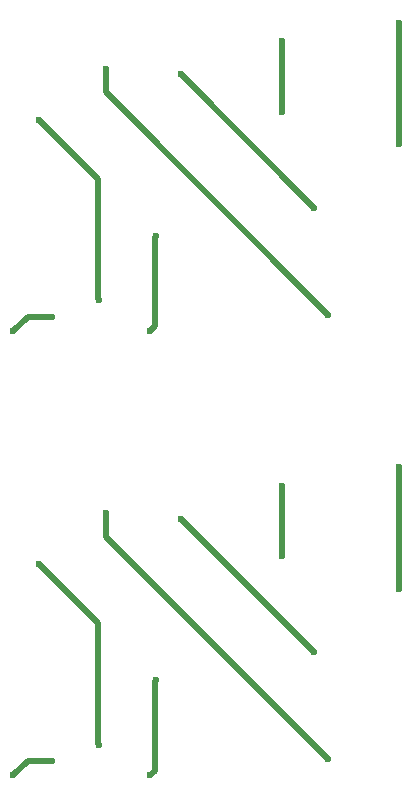
<source format=gbr>
%TF.GenerationSoftware,KiCad,Pcbnew,8.0.4*%
%TF.CreationDate,2024-08-24T22:44:35-07:00*%
%TF.ProjectId,SMDemfExplorerLEDvariationSingleCell_panelized,534d4465-6d66-4457-9870-6c6f7265724c,rev?*%
%TF.SameCoordinates,Original*%
%TF.FileFunction,Copper,L2,Bot*%
%TF.FilePolarity,Positive*%
%FSLAX46Y46*%
G04 Gerber Fmt 4.6, Leading zero omitted, Abs format (unit mm)*
G04 Created by KiCad (PCBNEW 8.0.4) date 2024-08-24 22:44:35*
%MOMM*%
%LPD*%
G01*
G04 APERTURE LIST*
%TA.AperFunction,ViaPad*%
%ADD10C,0.600000*%
%TD*%
%TA.AperFunction,Conductor*%
%ADD11C,0.500000*%
%TD*%
G04 APERTURE END LIST*
D10*
%TO.N,Net-(U3B-+)*%
X185637500Y-32936563D03*
X188875000Y-31724063D03*
%TO.N,Net-(U2A--)*%
X212275000Y-31549063D03*
X193450000Y-10749063D03*
%TO.N,GND*%
X187775000Y-15074063D03*
X192875000Y-30349063D03*
%TO.N,+1V5*%
X218325000Y-6849063D03*
X218325000Y-17149063D03*
%TO.N,Net-(U3A-+)*%
X197200000Y-32949063D03*
X208350000Y-14374063D03*
X208375000Y-8424061D03*
X197675000Y-24899063D03*
%TO.N,-1V5*%
X199800000Y-11224063D03*
X211125000Y-22524063D03*
X211125000Y-60150000D03*
X199800000Y-48850000D03*
%TO.N,Net-(U3A-+)*%
X197675000Y-62525000D03*
X208375000Y-46049998D03*
X208350000Y-52000000D03*
X197200000Y-70575000D03*
%TO.N,+1V5*%
X218325000Y-54775000D03*
X218325000Y-44475000D03*
%TO.N,GND*%
X192875000Y-67975000D03*
X187775000Y-52700000D03*
%TO.N,Net-(U2A--)*%
X193450000Y-48375000D03*
X212275000Y-69175000D03*
%TO.N,Net-(U3B-+)*%
X188875000Y-69350000D03*
X185637500Y-70562500D03*
%TD*%
D11*
%TO.N,Net-(U3B-+)*%
X188875000Y-31724063D02*
X186850000Y-31724063D01*
X186850000Y-31724063D02*
X185637500Y-32936563D01*
%TO.N,Net-(U2A--)*%
X212275000Y-31549063D02*
X193450000Y-12724063D01*
X193450000Y-12724063D02*
X193450000Y-10749063D01*
%TO.N,GND*%
X192775000Y-30249063D02*
X192775000Y-20074063D01*
X192875000Y-30349063D02*
X192775000Y-30249063D01*
X192775000Y-20074063D02*
X187775000Y-15074063D01*
%TO.N,+1V5*%
X218325000Y-6849063D02*
X218325000Y-17149063D01*
%TO.N,Net-(U3A-+)*%
X208350000Y-8449061D02*
X208375000Y-8424061D01*
X197600000Y-32549063D02*
X197600000Y-24974063D01*
X197200000Y-32949063D02*
X197600000Y-32549063D01*
X197600000Y-24974063D02*
X197675000Y-24899063D01*
X208350000Y-14374063D02*
X208350000Y-8449061D01*
%TO.N,-1V5*%
X211100000Y-22524063D02*
X211125000Y-22524063D01*
X199800000Y-11224063D02*
X211100000Y-22524063D01*
X199800000Y-48850000D02*
X211100000Y-60150000D01*
X211100000Y-60150000D02*
X211125000Y-60150000D01*
%TO.N,Net-(U3A-+)*%
X208350000Y-52000000D02*
X208350000Y-46074998D01*
X197600000Y-62600000D02*
X197675000Y-62525000D01*
X197200000Y-70575000D02*
X197600000Y-70175000D01*
X197600000Y-70175000D02*
X197600000Y-62600000D01*
X208350000Y-46074998D02*
X208375000Y-46049998D01*
%TO.N,+1V5*%
X218325000Y-44475000D02*
X218325000Y-54775000D01*
%TO.N,GND*%
X192775000Y-57700000D02*
X187775000Y-52700000D01*
X192875000Y-67975000D02*
X192775000Y-67875000D01*
X192775000Y-67875000D02*
X192775000Y-57700000D01*
%TO.N,Net-(U2A--)*%
X193450000Y-50350000D02*
X193450000Y-48375000D01*
X212275000Y-69175000D02*
X193450000Y-50350000D01*
%TO.N,Net-(U3B-+)*%
X186850000Y-69350000D02*
X185637500Y-70562500D01*
X188875000Y-69350000D02*
X186850000Y-69350000D01*
%TD*%
M02*

</source>
